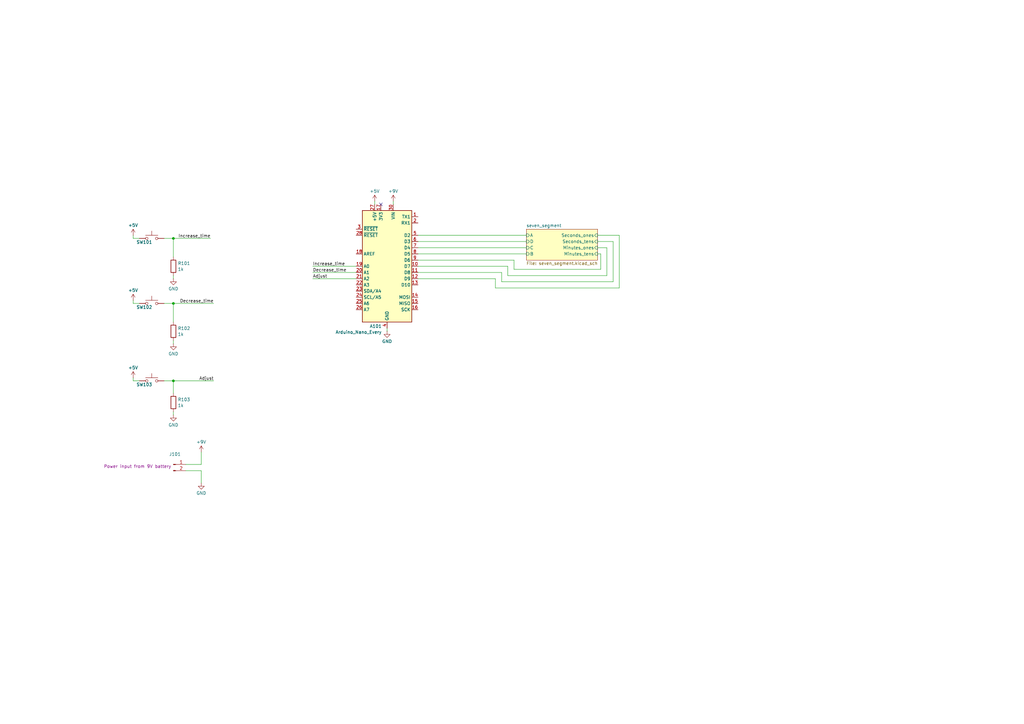
<source format=kicad_sch>
(kicad_sch (version 20231120) (generator "eeschema") (generator_version "8.0")
  (paper "A3")
  (title_block (title "Digital Klokke") (date "2024-08-20") (rev "00"))
  (lib_symbols
    (symbol "Connector:Conn_01x02_Pin" (pin_names (offset 1.016) hide)
      (property "Reference" "J" (at 0 2.54 0))
      (property "Value" "Conn_01x02_Pin" (at 0 -5.08 0))
      (symbol "Conn_01x02_Pin_1_1"
        (polyline (pts (xy 1.27 -2.54) (xy 0.8636 -2.54)) (stroke (width 0.1524)))
        (polyline (pts (xy 1.27 0) (xy 0.8636 0)) (stroke (width 0.1524)))
        (rectangle (start 0.8636 -2.413) (end 0 -2.667) (stroke (width 0.1524)) (fill (type outline)))
        (rectangle (start 0.8636 0.127) (end 0 -0.127) (stroke (width 0.1524)) (fill (type outline)))
        (pin passive line (at 5.08 0 180) (length 3.81) (name "Pin_1") (number "1"))
        (pin passive line (at 5.08 -2.54 180) (length 3.81) (name "Pin_2") (number "2"))
      )
    )
    (symbol "Device:R" (pin_numbers hide) (pin_names (offset 0))
      (property "Reference" "R" (at 2.032 0 90))
      (property "Value" "R" (at 0 0 90))
      (symbol "R_0_1"
        (rectangle (start -1.016 -2.54) (end 1.016 2.54) (stroke (width 0.254)))
      )
      (symbol "R_1_1"
        (pin passive line (at 0 3.81 270) (length 1.27) (name "~") (number "1"))
        (pin passive line (at 0 -3.81 90) (length 1.27) (name "~") (number "2"))
      )
    )
    (symbol "MCU_Module:Arduino_Nano_Every"
      (property "Reference" "A" (at -10.16 23.495 0))
      (property "Value" "Arduino_Nano_Every" (at 5.08 -24.13 0))
      (symbol "Arduino_Nano_Every_0_1"
        (rectangle (start -10.16 22.86) (end 10.16 -22.86) (stroke (width 0.254)) (fill (type background)))
      )
      (symbol "Arduino_Nano_Every_1_1"
        (pin bidirectional line (at -12.7 20.32 0) (length 2.54) (name "TX1") (number "1"))
        (pin bidirectional line (at -12.7 0 0) (length 2.54) (name "D7") (number "10"))
        (pin bidirectional line (at -12.7 -2.54 0) (length 2.54) (name "D8") (number "11"))
        (pin bidirectional line (at -12.7 -5.08 0) (length 2.54) (name "D9") (number "12"))
        (pin bidirectional line (at -12.7 -7.62 0) (length 2.54) (name "D10") (number "13"))
        (pin bidirectional line (at -12.7 -12.7 0) (length 2.54) (name "MOSI") (number "14"))
        (pin bidirectional line (at -12.7 -15.24 0) (length 2.54) (name "MISO") (number "15"))
        (pin bidirectional line (at -12.7 -17.78 0) (length 2.54) (name "SCK") (number "16"))
        (pin power_out line (at 2.54 25.4 270) (length 2.54) (name "3V3") (number "17"))
        (pin input line (at 12.7 5.08 180) (length 2.54) (name "AREF") (number "18"))
        (pin bidirectional line (at 12.7 0 180) (length 2.54) (name "A0") (number "19"))
        (pin bidirectional line (at -12.7 17.78 0) (length 2.54) (name "RX1") (number "2"))
        (pin bidirectional line (at 12.7 -2.54 180) (length 2.54) (name "A1") (number "20"))
        (pin bidirectional line (at 12.7 -5.08 180) (length 2.54) (name "A2") (number "21"))
        (pin bidirectional line (at 12.7 -7.62 180) (length 2.54) (name "A3") (number "22"))
        (pin bidirectional line (at 12.7 -10.16 180) (length 2.54) (name "SDA/A4") (number "23"))
        (pin bidirectional line (at 12.7 -12.7 180) (length 2.54) (name "SCL/A5") (number "24"))
        (pin bidirectional line (at 12.7 -15.24 180) (length 2.54) (name "A6") (number "25"))
        (pin bidirectional line (at 12.7 -17.78 180) (length 2.54) (name "A7") (number "26"))
        (pin power_out line (at 5.08 25.4 270) (length 2.54) (name "+5V") (number "27"))
        (pin input line (at 12.7 12.7 180) (length 2.54) (name "~{RESET}") (number "28"))
        (pin passive line (at 0 -25.4 90) (length 2.54) hide (name "GND") (number "29"))
        (pin input line (at 12.7 15.24 180) (length 2.54) (name "~{RESET}") (number "3"))
        (pin power_in line (at -2.54 25.4 270) (length 2.54) (name "VIN") (number "30"))
        (pin power_in line (at 0 -25.4 90) (length 2.54) (name "GND") (number "4"))
        (pin bidirectional line (at -12.7 12.7 0) (length 2.54) (name "D2") (number "5"))
        (pin bidirectional line (at -12.7 10.16 0) (length 2.54) (name "D3") (number "6"))
        (pin bidirectional line (at -12.7 7.62 0) (length 2.54) (name "D4") (number "7"))
        (pin bidirectional line (at -12.7 5.08 0) (length 2.54) (name "D5") (number "8"))
        (pin bidirectional line (at -12.7 2.54 0) (length 2.54) (name "D6") (number "9"))
      )
    )
    (symbol "Switch:SW_Push" (pin_numbers hide) (pin_names (offset 1.016) hide)
      (property "Reference" "SW" (at 1.27 2.54 0))
      (property "Value" "SW_Push" (at 0 -1.524 0))
      (symbol "SW_Push_0_1"
        (circle (center -2.032 0) (radius 0.508))
        (polyline (pts (xy 0 1.27) (xy 0 3.048)))
        (polyline (pts (xy 2.54 1.27) (xy -2.54 1.27)))
        (circle (center 2.032 0) (radius 0.508))
        (pin passive line (at -5.08 0 0) (length 2.54) (name "1") (number "1"))
        (pin passive line (at 5.08 0 180) (length 2.54) (name "2") (number "2"))
      )
    )
    (symbol "power:+5V" (power) (pin_numbers hide) (pin_names (offset 0) hide)
      (property "Value" "+5V" (at 0 3.556 0))
      (symbol "+5V_0_1"
        (polyline (pts (xy -0.762 1.27) (xy 0 2.54)))
        (polyline (pts (xy 0 0) (xy 0 2.54)))
        (polyline (pts (xy 0 2.54) (xy 0.762 1.27)))
      )
      (symbol "+5V_1_1"
        (pin power_in line (at 0 0 90) (length 0) (name "~") (number "1"))
      )
    )
    (symbol "power:+9V" (power) (pin_numbers hide) (pin_names (offset 0) hide)
      (property "Value" "+9V" (at 0 3.556 0))
      (symbol "+9V_0_1"
        (polyline (pts (xy -0.762 1.27) (xy 0 2.54)))
        (polyline (pts (xy 0 0) (xy 0 2.54)))
        (polyline (pts (xy 0 2.54) (xy 0.762 1.27)))
      )
      (symbol "+9V_1_1"
        (pin power_in line (at 0 0 90) (length 0) (name "~") (number "1"))
      )
    )
    (symbol "power:GND" (power) (pin_numbers hide) (pin_names (offset 0) hide)
      (property "Value" "GND" (at 0 -3.81 0))
      (symbol "GND_0_1"
        (polyline (pts (xy 0 0) (xy 0 -1.27) (xy 1.27 -1.27) (xy 0 -2.54) (xy -1.27 -1.27) (xy 0 -1.27)))
      )
      (symbol "GND_1_1"
        (pin power_in line (at 0 0 270) (length 0) (name "~") (number "1"))
      )
    )
  )
  (junction (at 71.12 156.21))
  (junction (at 71.12 97.79))
  (junction (at 71.12 124.46))
  (no_connect (at 156.21 83.82))
  (wire (pts (xy 71.12 124.46) (xy 71.12 132.08)))
  (wire (pts (xy 171.45 111.76) (xy 205.74 111.76)))
  (wire (pts (xy 161.29 82.55) (xy 161.29 83.82)))
  (wire (pts (xy 210.82 106.68) (xy 210.82 110.49)))
  (wire (pts (xy 171.45 99.06) (xy 215.9 99.06)))
  (wire (pts (xy 71.12 156.21) (xy 71.12 161.29)))
  (wire (pts (xy 171.45 106.68) (xy 210.82 106.68)))
  (wire (pts (xy 128.27 114.3) (xy 146.05 114.3)))
  (wire (pts (xy 254 96.52) (xy 254 118.11)))
  (wire (pts (xy 208.28 109.22) (xy 208.28 113.03)))
  (wire (pts (xy 158.75 135.89) (xy 158.75 134.62)))
  (wire (pts (xy 171.45 109.22) (xy 208.28 109.22)))
  (wire (pts (xy 171.45 96.52) (xy 215.9 96.52)))
  (wire (pts (xy 128.27 111.76) (xy 146.05 111.76)))
  (wire (pts (xy 71.12 97.79) (xy 86.36 97.79)))
  (wire (pts (xy 71.12 170.18) (xy 71.12 168.91)))
  (wire (pts (xy 251.46 115.57) (xy 205.74 115.57)))
  (wire (pts (xy 205.74 115.57) (xy 205.74 111.76)))
  (wire (pts (xy 76.2 193.04) (xy 82.55 193.04)))
  (wire (pts (xy 254 118.11) (xy 203.2 118.11)))
  (wire (pts (xy 57.15 97.79) (xy 54.61 97.79)))
  (wire (pts (xy 54.61 123.19) (xy 54.61 124.46)))
  (wire (pts (xy 246.38 104.14) (xy 245.11 104.14)))
  (wire (pts (xy 71.12 97.79) (xy 67.31 97.79)))
  (wire (pts (xy 54.61 154.94) (xy 54.61 156.21)))
  (wire (pts (xy 87.63 124.46) (xy 71.12 124.46)))
  (wire (pts (xy 171.45 101.6) (xy 215.9 101.6)))
  (wire (pts (xy 153.67 82.55) (xy 153.67 83.82)))
  (wire (pts (xy 57.15 124.46) (xy 54.61 124.46)))
  (wire (pts (xy 251.46 99.06) (xy 251.46 115.57)))
  (wire (pts (xy 82.55 185.42) (xy 82.55 190.5)))
  (wire (pts (xy 71.12 97.79) (xy 71.12 105.41)))
  (wire (pts (xy 57.15 156.21) (xy 54.61 156.21)))
  (wire (pts (xy 71.12 114.3) (xy 71.12 113.03)))
  (wire (pts (xy 82.55 193.04) (xy 82.55 198.12)))
  (wire (pts (xy 246.38 110.49) (xy 246.38 104.14)))
  (wire (pts (xy 210.82 110.49) (xy 246.38 110.49)))
  (wire (pts (xy 248.92 101.6) (xy 245.11 101.6)))
  (wire (pts (xy 71.12 156.21) (xy 87.63 156.21)))
  (wire (pts (xy 208.28 113.03) (xy 248.92 113.03)))
  (wire (pts (xy 54.61 96.52) (xy 54.61 97.79)))
  (wire (pts (xy 71.12 140.97) (xy 71.12 139.7)))
  (wire (pts (xy 76.2 190.5) (xy 82.55 190.5)))
  (wire (pts (xy 171.45 114.3) (xy 203.2 114.3)))
  (wire (pts (xy 203.2 118.11) (xy 203.2 114.3)))
  (wire (pts (xy 128.27 109.22) (xy 146.05 109.22)))
  (wire (pts (xy 71.12 156.21) (xy 67.31 156.21)))
  (wire (pts (xy 245.11 99.06) (xy 251.46 99.06)))
  (wire (pts (xy 71.12 124.46) (xy 67.31 124.46)))
  (wire (pts (xy 171.45 104.14) (xy 215.9 104.14)))
  (wire (pts (xy 248.92 113.03) (xy 248.92 101.6)))
  (wire (pts (xy 245.11 96.52) (xy 254 96.52)))
  (label "Adjust" (at 87.63 156.21 180))
  (label "Decrease_time" (at 128.27 111.76 0))
  (label "Adjust" (at 128.27 114.3 0))
  (label "Decrease_time" (at 87.63 124.46 180))
  (label "Increase_time" (at 86.36 97.79 180))
  (label "Increase_time" (at 128.27 109.22 0))
  (symbol (lib_id "Switch:SW_Push") (at 62.23 124.46 0) (unit 1)
    (property "Reference" "SW102" (at 59.182 125.984 0))
    (property "Value" "SW_Push" (effects (hide yes)))
    (property "Footprint" "OMG_Switches:SW_PUSH_1P1T_6x3.5mm_H5.0_APEM_MJTP1250" (effects (hide yes)))
    (property "Description" "Push button switch, generic, two pins" (effects (hide yes)))
  )
  (symbol (lib_id "Device:R") (at 71.12 109.22 0) (unit 1)
    (property "Reference" "R101" (at 72.898 108.0078 0) (effects (justify left)))
    (property "Value" "1k" (at 72.898 110.4321 0) (effects (justify left)))
    (property "Footprint" "Resistor_THT:R_Axial_DIN0207_L6.3mm_D2.5mm_P10.16mm_Horizontal" (effects (hide yes)))
    (property "Description" "Resistor" (effects (hide yes)))
  )
  (symbol (lib_id "Switch:SW_Push") (at 62.23 97.79 0) (unit 1)
    (property "Reference" "SW101" (at 59.182 99.314 0))
    (property "Value" "SW_Push" (effects (hide yes)))
    (property "Footprint" "OMG_Switches:SW_PUSH_1P1T_6x3.5mm_H5.0_APEM_MJTP1250" (effects (hide yes)))
    (property "Description" "Push button switch, generic, two pins" (effects (hide yes)))
  )
  (symbol (lib_id "power:GND") (at 71.12 114.3 0) (unit 1)
    (property "Reference" "#PWR0104" (effects (hide yes)))
    (property "Value" "GND" (at 71.12 118.4331 0))
    (property "Description" "Power symbol creates a global label with name \"GND\" , ground" (effects (hide yes)))
  )
  (symbol (lib_id "power:+5V") (at 153.67 82.55 0) (unit 1)
    (property "Reference" "#PWR0101" (effects (hide yes)))
    (property "Value" "+5V" (at 153.67 78.4169 0))
    (property "Description" "Power symbol creates a global label with name \"+5V\"" (effects (hide yes)))
  )
  (symbol (lib_id "Switch:SW_Push") (at 62.23 156.21 0) (unit 1)
    (property "Reference" "SW103" (at 59.182 157.734 0))
    (property "Value" "SW_Push" (effects (hide yes)))
    (property "Footprint" "OMG_Switches:SW_PUSH_1P1T_6x3.5mm_H5.0_APEM_MJTP1250" (effects (hide yes)))
    (property "Description" "Push button switch, generic, two pins" (effects (hide yes)))
  )
  (symbol (lib_id "MCU_Module:Arduino_Nano_Every") (at 158.75 109.22 0) (mirror y) (unit 1)
    (property "Reference" "A101" (at 156.5559 133.8001 0) (effects (justify left)))
    (property "Value" "Arduino_Nano_Every" (at 156.5559 136.2244 0) (effects (justify left)))
    (property "Footprint" "Module:Arduino_Nano" (effects (hide yes)))
    (property "Datasheet" "https://content.arduino.cc/assets/NANOEveryV3.0_sch.pdf" (effects (hide yes)))
    (property "Description" "Arduino Nano Every" (effects (hide yes)))
  )
  (symbol (lib_id "power:GND") (at 158.75 135.89 0) (unit 1)
    (property "Reference" "#PWR0106" (effects (hide yes)))
    (property "Value" "GND" (at 158.75 140.0231 0))
    (property "Description" "Power symbol creates a global label with name \"GND\" , ground" (effects (hide yes)))
  )
  (symbol (lib_id "power:+5V") (at 54.61 154.94 0) (unit 1)
    (property "Reference" "#PWR0108" (effects (hide yes)))
    (property "Value" "+5V" (at 54.61 150.8069 0))
    (property "Description" "Power symbol creates a global label with name \"+5V\"" (effects (hide yes)))
  )
  (symbol (lib_id "power:+5V") (at 54.61 96.52 0) (unit 1)
    (property "Reference" "#PWR0103" (effects (hide yes)))
    (property "Value" "+5V" (at 54.61 92.3869 0))
    (property "Description" "Power symbol creates a global label with name \"+5V\"" (effects (hide yes)))
  )
  (symbol (lib_id "Device:R") (at 71.12 165.1 0) (unit 1)
    (property "Reference" "R103" (at 72.898 163.8878 0) (effects (justify left)))
    (property "Value" "1k" (at 72.898 166.3121 0) (effects (justify left)))
    (property "Footprint" "Resistor_THT:R_Axial_DIN0207_L6.3mm_D2.5mm_P10.16mm_Horizontal" (effects (hide yes)))
    (property "Description" "Resistor" (effects (hide yes)))
  )
  (symbol (lib_id "Connector:Conn_01x02_Pin") (at 71.12 190.5 0) (unit 1)
    (property "Reference" "J101" (at 71.755 186.2793 0))
    (property "Value" "Conn_01x02_Pin" (effects (hide yes)))
    (property "Footprint" "Connector_PinHeader_2.54mm:PinHeader_1x02_P2.54mm_Vertical" (effects (hide yes)))
    (property "Description" "Generic connector, single row, 01x02, script generated" (effects (hide yes)))
    (property "Use" "Power input from 9V battery" (at 56.388 191.262 0))
  )
  (symbol (lib_id "power:+9V") (at 82.55 185.42 0) (unit 1)
    (property "Reference" "#PWR0110" (effects (hide yes)))
    (property "Value" "+9V" (at 82.55 181.2869 0))
    (property "Description" "Power symbol creates a global label with name \"+9V\"" (effects (hide yes)))
  )
  (symbol (lib_id "power:GND") (at 71.12 140.97 0) (unit 1)
    (property "Reference" "#PWR0107" (effects (hide yes)))
    (property "Value" "GND" (at 71.12 145.1031 0))
    (property "Description" "Power symbol creates a global label with name \"GND\" , ground" (effects (hide yes)))
  )
  (symbol (lib_id "power:GND") (at 82.55 198.12 0) (unit 1)
    (property "Reference" "#PWR0111" (effects (hide yes)))
    (property "Value" "GND" (at 82.55 202.2531 0))
    (property "Description" "Power symbol creates a global label with name \"GND\" , ground" (effects (hide yes)))
  )
  (symbol (lib_id "power:+5V") (at 54.61 123.19 0) (unit 1)
    (property "Reference" "#PWR0105" (effects (hide yes)))
    (property "Value" "+5V" (at 54.61 119.0569 0))
    (property "Description" "Power symbol creates a global label with name \"+5V\"" (effects (hide yes)))
  )
  (symbol (lib_id "Device:R") (at 71.12 135.89 0) (unit 1)
    (property "Reference" "R102" (at 72.898 134.6778 0) (effects (justify left)))
    (property "Value" "1k" (at 72.898 137.1021 0) (effects (justify left)))
    (property "Footprint" "Resistor_THT:R_Axial_DIN0207_L6.3mm_D2.5mm_P10.16mm_Horizontal" (effects (hide yes)))
    (property "Description" "Resistor" (effects (hide yes)))
  )
  (symbol (lib_id "power:GND") (at 71.12 170.18 0) (unit 1)
    (property "Reference" "#PWR0109" (effects (hide yes)))
    (property "Value" "GND" (at 71.12 174.3131 0))
    (property "Description" "Power symbol creates a global label with name \"GND\" , ground" (effects (hide yes)))
  )
  (symbol (lib_id "power:+9V") (at 161.29 82.55 0) (unit 1)
    (property "Reference" "#PWR0102" (effects (hide yes)))
    (property "Value" "+9V" (at 161.29 78.4169 0))
    (property "Description" "Power symbol creates a global label with name \"+9V\"" (effects (hide yes)))
  )
  (sheet (at 215.9 93.98) (size 29.21 12.7) (stroke (width 0.1524) (color 132 0 0 1)) (fill (color 255 255 194 1.0000))
    (property "Sheetname" "seven_segment" (at 215.9 93.2684 0) (effects (justify left bottom)))
    (property "Sheetfile" "seven_segment.kicad_sch" (at 215.9 107.2646 0) (effects (justify left top)))
    (pin "D" input (at 215.9 99.06 180))
    (pin "C" input (at 215.9 101.6 180))
    (pin "A" input (at 215.9 96.52 180))
    (pin "B" input (at 215.9 104.14 180))
    (pin "Seconds_ones" input (at 245.11 96.52 0))
    (pin "Seconds_tens" input (at 245.11 99.06 0))
    (pin "Minutes_ones" input (at 245.11 101.6 0))
    (pin "Minutes_tens" input (at 245.11 104.14 0))
  )
)
</source>
